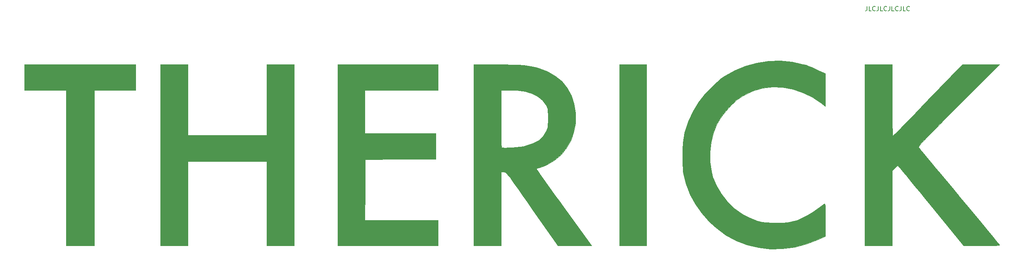
<source format=gbr>
G04 #@! TF.GenerationSoftware,KiCad,Pcbnew,(5.1.2-1)-1*
G04 #@! TF.CreationDate,2020-05-17T11:34:14-05:00*
G04 #@! TF.ProjectId,therick48,74686572-6963-46b3-9438-2e6b69636164,rev?*
G04 #@! TF.SameCoordinates,Original*
G04 #@! TF.FileFunction,Legend,Top*
G04 #@! TF.FilePolarity,Positive*
%FSLAX46Y46*%
G04 Gerber Fmt 4.6, Leading zero omitted, Abs format (unit mm)*
G04 Created by KiCad (PCBNEW (5.1.2-1)-1) date 2020-05-17 11:34:14*
%MOMM*%
%LPD*%
G04 APERTURE LIST*
%ADD10C,0.150000*%
%ADD11C,0.010000*%
G04 APERTURE END LIST*
D10*
X240860952Y-38592380D02*
X240860952Y-39306666D01*
X240813333Y-39449523D01*
X240718095Y-39544761D01*
X240575238Y-39592380D01*
X240480000Y-39592380D01*
X241813333Y-39592380D02*
X241337142Y-39592380D01*
X241337142Y-38592380D01*
X242718095Y-39497142D02*
X242670476Y-39544761D01*
X242527619Y-39592380D01*
X242432380Y-39592380D01*
X242289523Y-39544761D01*
X242194285Y-39449523D01*
X242146666Y-39354285D01*
X242099047Y-39163809D01*
X242099047Y-39020952D01*
X242146666Y-38830476D01*
X242194285Y-38735238D01*
X242289523Y-38640000D01*
X242432380Y-38592380D01*
X242527619Y-38592380D01*
X242670476Y-38640000D01*
X242718095Y-38687619D01*
X243432380Y-38592380D02*
X243432380Y-39306666D01*
X243384761Y-39449523D01*
X243289523Y-39544761D01*
X243146666Y-39592380D01*
X243051428Y-39592380D01*
X244384761Y-39592380D02*
X243908571Y-39592380D01*
X243908571Y-38592380D01*
X245289523Y-39497142D02*
X245241904Y-39544761D01*
X245099047Y-39592380D01*
X245003809Y-39592380D01*
X244860952Y-39544761D01*
X244765714Y-39449523D01*
X244718095Y-39354285D01*
X244670476Y-39163809D01*
X244670476Y-39020952D01*
X244718095Y-38830476D01*
X244765714Y-38735238D01*
X244860952Y-38640000D01*
X245003809Y-38592380D01*
X245099047Y-38592380D01*
X245241904Y-38640000D01*
X245289523Y-38687619D01*
X246003809Y-38592380D02*
X246003809Y-39306666D01*
X245956190Y-39449523D01*
X245860952Y-39544761D01*
X245718095Y-39592380D01*
X245622857Y-39592380D01*
X246956190Y-39592380D02*
X246480000Y-39592380D01*
X246480000Y-38592380D01*
X247860952Y-39497142D02*
X247813333Y-39544761D01*
X247670476Y-39592380D01*
X247575238Y-39592380D01*
X247432380Y-39544761D01*
X247337142Y-39449523D01*
X247289523Y-39354285D01*
X247241904Y-39163809D01*
X247241904Y-39020952D01*
X247289523Y-38830476D01*
X247337142Y-38735238D01*
X247432380Y-38640000D01*
X247575238Y-38592380D01*
X247670476Y-38592380D01*
X247813333Y-38640000D01*
X247860952Y-38687619D01*
X248575238Y-38592380D02*
X248575238Y-39306666D01*
X248527619Y-39449523D01*
X248432380Y-39544761D01*
X248289523Y-39592380D01*
X248194285Y-39592380D01*
X249527619Y-39592380D02*
X249051428Y-39592380D01*
X249051428Y-38592380D01*
X250432380Y-39497142D02*
X250384761Y-39544761D01*
X250241904Y-39592380D01*
X250146666Y-39592380D01*
X250003809Y-39544761D01*
X249908571Y-39449523D01*
X249860952Y-39354285D01*
X249813333Y-39163809D01*
X249813333Y-39020952D01*
X249860952Y-38830476D01*
X249908571Y-38735238D01*
X250003809Y-38640000D01*
X250146666Y-38592380D01*
X250241904Y-38592380D01*
X250384761Y-38640000D01*
X250432380Y-38687619D01*
D11*
G36*
X246521429Y-59806428D02*
G01*
X246524383Y-61478072D01*
X246532837Y-63032105D01*
X246546177Y-64432210D01*
X246563790Y-65642067D01*
X246585064Y-66625357D01*
X246609383Y-67345760D01*
X246636136Y-67766957D01*
X246657500Y-67864645D01*
X246804557Y-67735144D01*
X247181854Y-67367063D01*
X247767423Y-66782698D01*
X248539299Y-66004348D01*
X249475516Y-65054310D01*
X250554106Y-63954882D01*
X251753104Y-62728361D01*
X253050542Y-61397045D01*
X254424456Y-59983231D01*
X254595000Y-59807461D01*
X262396429Y-51765632D01*
X266568619Y-51749244D01*
X270740809Y-51732857D01*
X261501567Y-60973431D01*
X259733816Y-62742420D01*
X258206687Y-64273443D01*
X256903440Y-65584331D01*
X255807337Y-66692913D01*
X254901638Y-67617019D01*
X254169605Y-68374478D01*
X253594499Y-68983120D01*
X253159580Y-69460775D01*
X252848110Y-69825271D01*
X252643350Y-70094440D01*
X252528561Y-70286109D01*
X252487003Y-70418109D01*
X252501938Y-70508270D01*
X252521520Y-70538564D01*
X252676489Y-70727180D01*
X253044894Y-71172760D01*
X253608341Y-71853126D01*
X254348438Y-72746099D01*
X255246789Y-73829502D01*
X256285002Y-75081157D01*
X257444682Y-76478884D01*
X258707436Y-78000507D01*
X260054870Y-79623848D01*
X261468591Y-81326727D01*
X261690637Y-81594161D01*
X263109267Y-83303415D01*
X264461451Y-84933908D01*
X265729138Y-86463793D01*
X266894276Y-87871226D01*
X267938814Y-89134360D01*
X268844700Y-90231349D01*
X269593883Y-91140346D01*
X270168310Y-91839507D01*
X270549931Y-92306985D01*
X270720694Y-92520934D01*
X270727416Y-92530456D01*
X270664449Y-92601034D01*
X270360363Y-92655196D01*
X269789268Y-92694258D01*
X268925277Y-92719539D01*
X267742501Y-92732356D01*
X266716065Y-92734619D01*
X262577857Y-92733523D01*
X255239568Y-83663190D01*
X253966099Y-82091205D01*
X252759362Y-80605585D01*
X251638732Y-79229925D01*
X250623586Y-77987819D01*
X249733298Y-76902863D01*
X248987244Y-75998651D01*
X248404799Y-75298777D01*
X248005338Y-74826836D01*
X247808238Y-74606423D01*
X247791230Y-74592857D01*
X247610246Y-74711834D01*
X247279160Y-75012818D01*
X247101305Y-75191137D01*
X246521429Y-75789417D01*
X246521429Y-92735714D01*
X240352857Y-92735714D01*
X240352857Y-51732857D01*
X246521429Y-51732857D01*
X246521429Y-59806428D01*
X246521429Y-59806428D01*
G37*
X246521429Y-59806428D02*
X246524383Y-61478072D01*
X246532837Y-63032105D01*
X246546177Y-64432210D01*
X246563790Y-65642067D01*
X246585064Y-66625357D01*
X246609383Y-67345760D01*
X246636136Y-67766957D01*
X246657500Y-67864645D01*
X246804557Y-67735144D01*
X247181854Y-67367063D01*
X247767423Y-66782698D01*
X248539299Y-66004348D01*
X249475516Y-65054310D01*
X250554106Y-63954882D01*
X251753104Y-62728361D01*
X253050542Y-61397045D01*
X254424456Y-59983231D01*
X254595000Y-59807461D01*
X262396429Y-51765632D01*
X266568619Y-51749244D01*
X270740809Y-51732857D01*
X261501567Y-60973431D01*
X259733816Y-62742420D01*
X258206687Y-64273443D01*
X256903440Y-65584331D01*
X255807337Y-66692913D01*
X254901638Y-67617019D01*
X254169605Y-68374478D01*
X253594499Y-68983120D01*
X253159580Y-69460775D01*
X252848110Y-69825271D01*
X252643350Y-70094440D01*
X252528561Y-70286109D01*
X252487003Y-70418109D01*
X252501938Y-70508270D01*
X252521520Y-70538564D01*
X252676489Y-70727180D01*
X253044894Y-71172760D01*
X253608341Y-71853126D01*
X254348438Y-72746099D01*
X255246789Y-73829502D01*
X256285002Y-75081157D01*
X257444682Y-76478884D01*
X258707436Y-78000507D01*
X260054870Y-79623848D01*
X261468591Y-81326727D01*
X261690637Y-81594161D01*
X263109267Y-83303415D01*
X264461451Y-84933908D01*
X265729138Y-86463793D01*
X266894276Y-87871226D01*
X267938814Y-89134360D01*
X268844700Y-90231349D01*
X269593883Y-91140346D01*
X270168310Y-91839507D01*
X270549931Y-92306985D01*
X270720694Y-92520934D01*
X270727416Y-92530456D01*
X270664449Y-92601034D01*
X270360363Y-92655196D01*
X269789268Y-92694258D01*
X268925277Y-92719539D01*
X267742501Y-92732356D01*
X266716065Y-92734619D01*
X262577857Y-92733523D01*
X255239568Y-83663190D01*
X253966099Y-82091205D01*
X252759362Y-80605585D01*
X251638732Y-79229925D01*
X250623586Y-77987819D01*
X249733298Y-76902863D01*
X248987244Y-75998651D01*
X248404799Y-75298777D01*
X248005338Y-74826836D01*
X247808238Y-74606423D01*
X247791230Y-74592857D01*
X247610246Y-74711834D01*
X247279160Y-75012818D01*
X247101305Y-75191137D01*
X246521429Y-75789417D01*
X246521429Y-92735714D01*
X240352857Y-92735714D01*
X240352857Y-51732857D01*
X246521429Y-51732857D01*
X246521429Y-59806428D01*
G36*
X191185714Y-92735714D02*
G01*
X185017143Y-92735714D01*
X185017143Y-51732857D01*
X191185714Y-51732857D01*
X191185714Y-92735714D01*
X191185714Y-92735714D01*
G37*
X191185714Y-92735714D02*
X185017143Y-92735714D01*
X185017143Y-51732857D01*
X191185714Y-51732857D01*
X191185714Y-92735714D01*
G36*
X157122500Y-51733368D02*
G01*
X159111420Y-51743496D01*
X160790534Y-51776475D01*
X162212432Y-51836871D01*
X163429703Y-51929249D01*
X164494938Y-52058172D01*
X165460726Y-52228207D01*
X166379657Y-52443917D01*
X166869408Y-52579405D01*
X168862546Y-53324894D01*
X170602015Y-54326749D01*
X172077926Y-55572572D01*
X173280389Y-57049960D01*
X174199516Y-58746512D01*
X174825416Y-60649828D01*
X175148200Y-62747505D01*
X175164266Y-62981156D01*
X175127829Y-65083491D01*
X174768165Y-67077798D01*
X174102034Y-68934212D01*
X173146193Y-70622868D01*
X171917404Y-72113898D01*
X170432426Y-73377438D01*
X168786709Y-74346127D01*
X168086551Y-74660047D01*
X167430292Y-74915484D01*
X166952174Y-75060505D01*
X166927066Y-75065515D01*
X166523507Y-75187169D01*
X166332377Y-75335195D01*
X166330000Y-75351142D01*
X166433811Y-75525574D01*
X166732762Y-75966838D01*
X167208126Y-76648631D01*
X167841178Y-77544653D01*
X168613193Y-78628600D01*
X169505445Y-79874172D01*
X170499208Y-81255066D01*
X171575758Y-82744980D01*
X172580244Y-84130237D01*
X178830489Y-92735714D01*
X174984173Y-92726417D01*
X171137857Y-92717119D01*
X165345321Y-84380702D01*
X164103640Y-82594461D01*
X163051038Y-81083419D01*
X162169863Y-79824566D01*
X161442464Y-78794894D01*
X160851190Y-77971394D01*
X160378388Y-77331057D01*
X160006408Y-76850874D01*
X159717598Y-76507836D01*
X159494306Y-76278933D01*
X159318880Y-76141158D01*
X159173670Y-76071501D01*
X159041024Y-76046953D01*
X158949964Y-76044286D01*
X158347143Y-76044286D01*
X158347143Y-92735714D01*
X152178572Y-92735714D01*
X152178572Y-63949047D01*
X158347143Y-63949047D01*
X158350867Y-65440646D01*
X158361457Y-66817056D01*
X158378038Y-68036229D01*
X158399738Y-69056115D01*
X158425683Y-69834667D01*
X158454998Y-70329835D01*
X158483214Y-70498125D01*
X158725184Y-70552914D01*
X159249783Y-70568276D01*
X159979533Y-70549359D01*
X160836954Y-70501313D01*
X161744568Y-70429288D01*
X162624896Y-70338432D01*
X163400458Y-70233895D01*
X163927692Y-70136276D01*
X165502941Y-69630647D01*
X166810792Y-68886237D01*
X167846184Y-67906686D01*
X168547093Y-66814521D01*
X168732644Y-66390784D01*
X168853658Y-65959714D01*
X168923241Y-65428615D01*
X168954495Y-64704793D01*
X168960714Y-63888571D01*
X168953839Y-62960644D01*
X168923020Y-62301379D01*
X168852966Y-61816686D01*
X168728387Y-61412475D01*
X168533993Y-60994654D01*
X168470705Y-60873276D01*
X167725203Y-59819015D01*
X166704784Y-58968558D01*
X165402313Y-58319032D01*
X163810659Y-57867565D01*
X161922686Y-57611283D01*
X160206786Y-57544901D01*
X158347143Y-57538571D01*
X158347143Y-63949047D01*
X152178572Y-63949047D01*
X152178572Y-51732857D01*
X157122500Y-51733368D01*
X157122500Y-51733368D01*
G37*
X157122500Y-51733368D02*
X159111420Y-51743496D01*
X160790534Y-51776475D01*
X162212432Y-51836871D01*
X163429703Y-51929249D01*
X164494938Y-52058172D01*
X165460726Y-52228207D01*
X166379657Y-52443917D01*
X166869408Y-52579405D01*
X168862546Y-53324894D01*
X170602015Y-54326749D01*
X172077926Y-55572572D01*
X173280389Y-57049960D01*
X174199516Y-58746512D01*
X174825416Y-60649828D01*
X175148200Y-62747505D01*
X175164266Y-62981156D01*
X175127829Y-65083491D01*
X174768165Y-67077798D01*
X174102034Y-68934212D01*
X173146193Y-70622868D01*
X171917404Y-72113898D01*
X170432426Y-73377438D01*
X168786709Y-74346127D01*
X168086551Y-74660047D01*
X167430292Y-74915484D01*
X166952174Y-75060505D01*
X166927066Y-75065515D01*
X166523507Y-75187169D01*
X166332377Y-75335195D01*
X166330000Y-75351142D01*
X166433811Y-75525574D01*
X166732762Y-75966838D01*
X167208126Y-76648631D01*
X167841178Y-77544653D01*
X168613193Y-78628600D01*
X169505445Y-79874172D01*
X170499208Y-81255066D01*
X171575758Y-82744980D01*
X172580244Y-84130237D01*
X178830489Y-92735714D01*
X174984173Y-92726417D01*
X171137857Y-92717119D01*
X165345321Y-84380702D01*
X164103640Y-82594461D01*
X163051038Y-81083419D01*
X162169863Y-79824566D01*
X161442464Y-78794894D01*
X160851190Y-77971394D01*
X160378388Y-77331057D01*
X160006408Y-76850874D01*
X159717598Y-76507836D01*
X159494306Y-76278933D01*
X159318880Y-76141158D01*
X159173670Y-76071501D01*
X159041024Y-76046953D01*
X158949964Y-76044286D01*
X158347143Y-76044286D01*
X158347143Y-92735714D01*
X152178572Y-92735714D01*
X152178572Y-63949047D01*
X158347143Y-63949047D01*
X158350867Y-65440646D01*
X158361457Y-66817056D01*
X158378038Y-68036229D01*
X158399738Y-69056115D01*
X158425683Y-69834667D01*
X158454998Y-70329835D01*
X158483214Y-70498125D01*
X158725184Y-70552914D01*
X159249783Y-70568276D01*
X159979533Y-70549359D01*
X160836954Y-70501313D01*
X161744568Y-70429288D01*
X162624896Y-70338432D01*
X163400458Y-70233895D01*
X163927692Y-70136276D01*
X165502941Y-69630647D01*
X166810792Y-68886237D01*
X167846184Y-67906686D01*
X168547093Y-66814521D01*
X168732644Y-66390784D01*
X168853658Y-65959714D01*
X168923241Y-65428615D01*
X168954495Y-64704793D01*
X168960714Y-63888571D01*
X168953839Y-62960644D01*
X168923020Y-62301379D01*
X168852966Y-61816686D01*
X168728387Y-61412475D01*
X168533993Y-60994654D01*
X168470705Y-60873276D01*
X167725203Y-59819015D01*
X166704784Y-58968558D01*
X165402313Y-58319032D01*
X163810659Y-57867565D01*
X161922686Y-57611283D01*
X160206786Y-57544901D01*
X158347143Y-57538571D01*
X158347143Y-63949047D01*
X152178572Y-63949047D01*
X152178572Y-51732857D01*
X157122500Y-51733368D01*
G36*
X144195714Y-57538571D02*
G01*
X127685714Y-57538571D01*
X127685714Y-67335714D01*
X143651429Y-67335714D01*
X143651429Y-73137614D01*
X135713929Y-73184878D01*
X127776429Y-73232143D01*
X127728890Y-80081071D01*
X127681351Y-86930000D01*
X144195714Y-86930000D01*
X144195714Y-92735714D01*
X121517143Y-92735714D01*
X121517143Y-51732857D01*
X144195714Y-51732857D01*
X144195714Y-57538571D01*
X144195714Y-57538571D01*
G37*
X144195714Y-57538571D02*
X127685714Y-57538571D01*
X127685714Y-67335714D01*
X143651429Y-67335714D01*
X143651429Y-73137614D01*
X135713929Y-73184878D01*
X127776429Y-73232143D01*
X127728890Y-80081071D01*
X127681351Y-86930000D01*
X144195714Y-86930000D01*
X144195714Y-92735714D01*
X121517143Y-92735714D01*
X121517143Y-51732857D01*
X144195714Y-51732857D01*
X144195714Y-57538571D01*
G36*
X87771429Y-67698571D02*
G01*
X105551429Y-67698571D01*
X105551429Y-51732857D01*
X111720000Y-51732857D01*
X111720000Y-92735714D01*
X105551429Y-92735714D01*
X105551429Y-73685714D01*
X87771429Y-73685714D01*
X87771429Y-92735714D01*
X81602857Y-92735714D01*
X81602857Y-51732857D01*
X87771429Y-51732857D01*
X87771429Y-67698571D01*
X87771429Y-67698571D01*
G37*
X87771429Y-67698571D02*
X105551429Y-67698571D01*
X105551429Y-51732857D01*
X111720000Y-51732857D01*
X111720000Y-92735714D01*
X105551429Y-92735714D01*
X105551429Y-73685714D01*
X87771429Y-73685714D01*
X87771429Y-92735714D01*
X81602857Y-92735714D01*
X81602857Y-51732857D01*
X87771429Y-51732857D01*
X87771429Y-67698571D01*
G36*
X75978572Y-57538571D02*
G01*
X66725714Y-57538571D01*
X66725714Y-92735714D01*
X60375714Y-92735714D01*
X60375714Y-57538571D01*
X50941429Y-57538571D01*
X50941429Y-51732857D01*
X75978572Y-51732857D01*
X75978572Y-57538571D01*
X75978572Y-57538571D01*
G37*
X75978572Y-57538571D02*
X66725714Y-57538571D01*
X66725714Y-92735714D01*
X60375714Y-92735714D01*
X60375714Y-57538571D01*
X50941429Y-57538571D01*
X50941429Y-51732857D01*
X75978572Y-51732857D01*
X75978572Y-57538571D01*
G36*
X223942095Y-51134986D02*
G01*
X226498146Y-51690919D01*
X227017857Y-51848559D01*
X227576927Y-52051896D01*
X228342120Y-52363197D01*
X229192931Y-52732384D01*
X229693929Y-52960637D01*
X231462857Y-53783317D01*
X231462857Y-61201908D01*
X230601072Y-60551043D01*
X228471907Y-59136255D01*
X226282874Y-58052660D01*
X224057020Y-57302484D01*
X221817395Y-56887953D01*
X219587048Y-56811292D01*
X217389029Y-57074727D01*
X215246387Y-57680482D01*
X213182172Y-58630784D01*
X212826880Y-58834949D01*
X211495120Y-59772582D01*
X210164707Y-60979887D01*
X208912844Y-62371695D01*
X207816738Y-63862841D01*
X207012218Y-65249286D01*
X206226289Y-67193891D01*
X205704895Y-69314256D01*
X205454187Y-71531379D01*
X205480317Y-73766261D01*
X205789435Y-75939900D01*
X206089253Y-77103607D01*
X206873011Y-79089148D01*
X207966788Y-80976141D01*
X209324306Y-82710948D01*
X210899284Y-84239932D01*
X212645441Y-85509454D01*
X213955000Y-86219797D01*
X215107526Y-86728710D01*
X216126615Y-87093244D01*
X217118750Y-87335393D01*
X218190416Y-87477148D01*
X219448094Y-87540504D01*
X220395714Y-87550065D01*
X221775621Y-87521868D01*
X222994037Y-87422424D01*
X224107531Y-87229453D01*
X225172670Y-86920677D01*
X226246022Y-86473817D01*
X227384153Y-85866594D01*
X228643632Y-85076729D01*
X230081026Y-84081943D01*
X231124250Y-83324656D01*
X231237479Y-83255330D01*
X231322181Y-83265341D01*
X231382489Y-83397472D01*
X231422537Y-83694505D01*
X231446460Y-84199221D01*
X231458392Y-84954403D01*
X231462465Y-86002833D01*
X231462857Y-86828925D01*
X231462857Y-90582109D01*
X229966072Y-91283291D01*
X227329545Y-92324294D01*
X224588863Y-93036038D01*
X221790333Y-93412061D01*
X218980262Y-93445899D01*
X216438626Y-93171609D01*
X213864965Y-92557764D01*
X211401177Y-91600603D01*
X209058218Y-90305923D01*
X206847046Y-88679523D01*
X205329170Y-87292857D01*
X203565845Y-85346523D01*
X202127019Y-83322462D01*
X200974532Y-81154971D01*
X200070226Y-78778350D01*
X199752152Y-77690527D01*
X199584268Y-77036090D01*
X199461464Y-76452591D01*
X199376576Y-75862316D01*
X199322441Y-75187552D01*
X199291895Y-74350583D01*
X199277774Y-73273697D01*
X199274280Y-72506428D01*
X199289993Y-70868251D01*
X199357840Y-69499903D01*
X199493188Y-68310225D01*
X199711400Y-67208057D01*
X200027841Y-66102239D01*
X200457878Y-64901613D01*
X200630189Y-64461902D01*
X201642083Y-62332171D01*
X202947155Y-60237255D01*
X204485564Y-58251207D01*
X206197466Y-56448079D01*
X208023018Y-54901926D01*
X208798214Y-54354312D01*
X211046376Y-53072193D01*
X213472308Y-52079024D01*
X216025429Y-51381762D01*
X218655155Y-50987364D01*
X221310904Y-50902787D01*
X223942095Y-51134986D01*
X223942095Y-51134986D01*
G37*
X223942095Y-51134986D02*
X226498146Y-51690919D01*
X227017857Y-51848559D01*
X227576927Y-52051896D01*
X228342120Y-52363197D01*
X229192931Y-52732384D01*
X229693929Y-52960637D01*
X231462857Y-53783317D01*
X231462857Y-61201908D01*
X230601072Y-60551043D01*
X228471907Y-59136255D01*
X226282874Y-58052660D01*
X224057020Y-57302484D01*
X221817395Y-56887953D01*
X219587048Y-56811292D01*
X217389029Y-57074727D01*
X215246387Y-57680482D01*
X213182172Y-58630784D01*
X212826880Y-58834949D01*
X211495120Y-59772582D01*
X210164707Y-60979887D01*
X208912844Y-62371695D01*
X207816738Y-63862841D01*
X207012218Y-65249286D01*
X206226289Y-67193891D01*
X205704895Y-69314256D01*
X205454187Y-71531379D01*
X205480317Y-73766261D01*
X205789435Y-75939900D01*
X206089253Y-77103607D01*
X206873011Y-79089148D01*
X207966788Y-80976141D01*
X209324306Y-82710948D01*
X210899284Y-84239932D01*
X212645441Y-85509454D01*
X213955000Y-86219797D01*
X215107526Y-86728710D01*
X216126615Y-87093244D01*
X217118750Y-87335393D01*
X218190416Y-87477148D01*
X219448094Y-87540504D01*
X220395714Y-87550065D01*
X221775621Y-87521868D01*
X222994037Y-87422424D01*
X224107531Y-87229453D01*
X225172670Y-86920677D01*
X226246022Y-86473817D01*
X227384153Y-85866594D01*
X228643632Y-85076729D01*
X230081026Y-84081943D01*
X231124250Y-83324656D01*
X231237479Y-83255330D01*
X231322181Y-83265341D01*
X231382489Y-83397472D01*
X231422537Y-83694505D01*
X231446460Y-84199221D01*
X231458392Y-84954403D01*
X231462465Y-86002833D01*
X231462857Y-86828925D01*
X231462857Y-90582109D01*
X229966072Y-91283291D01*
X227329545Y-92324294D01*
X224588863Y-93036038D01*
X221790333Y-93412061D01*
X218980262Y-93445899D01*
X216438626Y-93171609D01*
X213864965Y-92557764D01*
X211401177Y-91600603D01*
X209058218Y-90305923D01*
X206847046Y-88679523D01*
X205329170Y-87292857D01*
X203565845Y-85346523D01*
X202127019Y-83322462D01*
X200974532Y-81154971D01*
X200070226Y-78778350D01*
X199752152Y-77690527D01*
X199584268Y-77036090D01*
X199461464Y-76452591D01*
X199376576Y-75862316D01*
X199322441Y-75187552D01*
X199291895Y-74350583D01*
X199277774Y-73273697D01*
X199274280Y-72506428D01*
X199289993Y-70868251D01*
X199357840Y-69499903D01*
X199493188Y-68310225D01*
X199711400Y-67208057D01*
X200027841Y-66102239D01*
X200457878Y-64901613D01*
X200630189Y-64461902D01*
X201642083Y-62332171D01*
X202947155Y-60237255D01*
X204485564Y-58251207D01*
X206197466Y-56448079D01*
X208023018Y-54901926D01*
X208798214Y-54354312D01*
X211046376Y-53072193D01*
X213472308Y-52079024D01*
X216025429Y-51381762D01*
X218655155Y-50987364D01*
X221310904Y-50902787D01*
X223942095Y-51134986D01*
M02*

</source>
